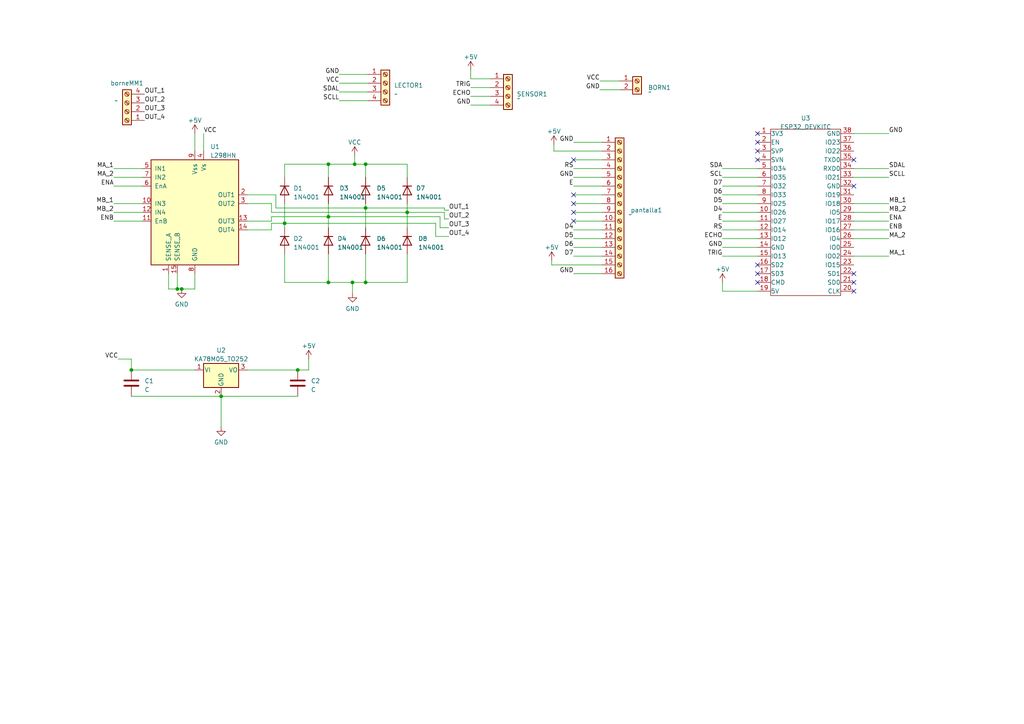
<source format=kicad_sch>
(kicad_sch (version 20230121) (generator eeschema)
  (paper "A4")
  (lib_symbols
    (symbol "Connector:Screw_Terminal_01x02" (pin_names (offset 1.016) hide)
      (property "Reference" "J" (at 0 2.54 0))
      (property "Value" "Screw_Terminal_01x02" (at 0 -5.08 0))
      (symbol "Screw_Terminal_01x02_1_1"
        (rectangle (start -1.27 1.27) (end 1.27 -3.81) (stroke (width 0.254)) (fill (type background)))
        (circle (center 0 -2.54) (radius 0.635) (stroke (width 0.1524)))
        (polyline (pts (xy -0.5334 -2.2098) (xy 0.3302 -3.048)) (stroke (width 0.1524)))
        (polyline (pts (xy -0.5334 0.3302) (xy 0.3302 -0.508)) (stroke (width 0.1524)))
        (polyline (pts (xy -0.3556 -2.032) (xy 0.508 -2.8702)) (stroke (width 0.1524)))
        (polyline (pts (xy -0.3556 0.508) (xy 0.508 -0.3302)) (stroke (width 0.1524)))
        (circle (center 0 0) (radius 0.635) (stroke (width 0.1524)))
        (pin passive line (at -5.08 0 0) (length 3.81) (name "Pin_1") (number "1"))
        (pin passive line (at -5.08 -2.54 0) (length 3.81) (name "Pin_2") (number "2"))
      )
    )
    (symbol "Connector:Screw_Terminal_01x04" (pin_names (offset 1.016) hide)
      (property "Reference" "J" (at 0 5.08 0))
      (property "Value" "Screw_Terminal_01x04" (at 0 -7.62 0))
      (symbol "Screw_Terminal_01x04_1_1"
        (rectangle (start -1.27 3.81) (end 1.27 -6.35) (stroke (width 0.254)) (fill (type background)))
        (circle (center 0 -5.08) (radius 0.635) (stroke (width 0.1524)))
        (circle (center 0 -2.54) (radius 0.635) (stroke (width 0.1524)))
        (polyline (pts (xy -0.5334 -4.7498) (xy 0.3302 -5.588)) (stroke (width 0.1524)))
        (polyline (pts (xy -0.5334 -2.2098) (xy 0.3302 -3.048)) (stroke (width 0.1524)))
        (polyline (pts (xy -0.5334 0.3302) (xy 0.3302 -0.508)) (stroke (width 0.1524)))
        (polyline (pts (xy -0.5334 2.8702) (xy 0.3302 2.032)) (stroke (width 0.1524)))
        (polyline (pts (xy -0.3556 -4.572) (xy 0.508 -5.4102)) (stroke (width 0.1524)))
        (polyline (pts (xy -0.3556 -2.032) (xy 0.508 -2.8702)) (stroke (width 0.1524)))
        (polyline (pts (xy -0.3556 0.508) (xy 0.508 -0.3302)) (stroke (width 0.1524)))
        (polyline (pts (xy -0.3556 3.048) (xy 0.508 2.2098)) (stroke (width 0.1524)))
        (circle (center 0 0) (radius 0.635) (stroke (width 0.1524)))
        (circle (center 0 2.54) (radius 0.635) (stroke (width 0.1524)))
        (pin passive line (at -5.08 2.54 0) (length 3.81) (name "Pin_1") (number "1"))
        (pin passive line (at -5.08 0 0) (length 3.81) (name "Pin_2") (number "2"))
        (pin passive line (at -5.08 -2.54 0) (length 3.81) (name "Pin_3") (number "3"))
        (pin passive line (at -5.08 -5.08 0) (length 3.81) (name "Pin_4") (number "4"))
      )
    )
    (symbol "Connector:Screw_Terminal_01x16" (pin_names (offset 1.016) hide)
      (property "Reference" "J" (at 0 20.32 0))
      (property "Value" "Screw_Terminal_01x16" (at 0 -22.86 0))
      (symbol "Screw_Terminal_01x16_1_1"
        (rectangle (start -1.27 19.05) (end 1.27 -21.59) (stroke (width 0.254)) (fill (type background)))
        (circle (center 0 -20.32) (radius 0.635) (stroke (width 0.1524)))
        (circle (center 0 -17.78) (radius 0.635) (stroke (width 0.1524)))
        (circle (center 0 -15.24) (radius 0.635) (stroke (width 0.1524)))
        (circle (center 0 -12.7) (radius 0.635) (stroke (width 0.1524)))
        (circle (center 0 -10.16) (radius 0.635) (stroke (width 0.1524)))
        (circle (center 0 -7.62) (radius 0.635) (stroke (width 0.1524)))
        (circle (center 0 -5.08) (radius 0.635) (stroke (width 0.1524)))
        (circle (center 0 -2.54) (radius 0.635) (stroke (width 0.1524)))
        (polyline (pts (xy -0.5334 -19.9898) (xy 0.3302 -20.828)) (stroke (width 0.1524)))
        (polyline (pts (xy -0.5334 -17.4498) (xy 0.3302 -18.288)) (stroke (width 0.1524)))
        (polyline (pts (xy -0.5334 -14.9098) (xy 0.3302 -15.748)) (stroke (width 0.1524)))
        (polyline (pts (xy -0.5334 -12.3698) (xy 0.3302 -13.208)) (stroke (width 0.1524)))
        (polyline (pts (xy -0.5334 -9.8298) (xy 0.3302 -10.668)) (stroke (width 0.1524)))
        (polyline (pts (xy -0.5334 -7.2898) (xy 0.3302 -8.128)) (stroke (width 0.1524)))
        (polyline (pts (xy -0.5334 -4.7498) (xy 0.3302 -5.588)) (stroke (width 0.1524)))
        (polyline (pts (xy -0.5334 -2.2098) (xy 0.3302 -3.048)) (stroke (width 0.1524)))
        (polyline (pts (xy -0.5334 0.3302) (xy 0.3302 -0.508)) (stroke (width 0.1524)))
        (polyline (pts (xy -0.5334 2.8702) (xy 0.3302 2.032)) (stroke (width 0.1524)))
        (polyline (pts (xy -0.5334 5.4102) (xy 0.3302 4.572)) (stroke (width 0.1524)))
        (polyline (pts (xy -0.5334 7.9502) (xy 0.3302 7.112)) (stroke (width 0.1524)))
        (polyline (pts (xy -0.5334 10.4902) (xy 0.3302 9.652)) (stroke (width 0.1524)))
        (polyline (pts (xy -0.5334 13.0302) (xy 0.3302 12.192)) (stroke (width 0.1524)))
        (polyline (pts (xy -0.5334 15.5702) (xy 0.3302 14.732)) (stroke (width 0.1524)))
        (polyline (pts (xy -0.5334 18.1102) (xy 0.3302 17.272)) (stroke (width 0.1524)))
        (polyline (pts (xy -0.3556 -19.812) (xy 0.508 -20.6502)) (stroke (width 0.1524)))
        (polyline (pts (xy -0.3556 -17.272) (xy 0.508 -18.1102)) (stroke (width 0.1524)))
        (polyline (pts (xy -0.3556 -14.732) (xy 0.508 -15.5702)) (stroke (width 0.1524)))
        (polyline (pts (xy -0.3556 -12.192) (xy 0.508 -13.0302)) (stroke (width 0.1524)))
        (polyline (pts (xy -0.3556 -9.652) (xy 0.508 -10.4902)) (stroke (width 0.1524)))
        (polyline (pts (xy -0.3556 -7.112) (xy 0.508 -7.9502)) (stroke (width 0.1524)))
        (polyline (pts (xy -0.3556 -4.572) (xy 0.508 -5.4102)) (stroke (width 0.1524)))
        (polyline (pts (xy -0.3556 -2.032) (xy 0.508 -2.8702)) (stroke (width 0.1524)))
        (polyline (pts (xy -0.3556 0.508) (xy 0.508 -0.3302)) (stroke (width 0.1524)))
        (polyline (pts (xy -0.3556 3.048) (xy 0.508 2.2098)) (stroke (width 0.1524)))
        (polyline (pts (xy -0.3556 5.588) (xy 0.508 4.7498)) (stroke (width 0.1524)))
        (polyline (pts (xy -0.3556 8.128) (xy 0.508 7.2898)) (stroke (width 0.1524)))
        (polyline (pts (xy -0.3556 10.668) (xy 0.508 9.8298)) (stroke (width 0.1524)))
        (polyline (pts (xy -0.3556 13.208) (xy 0.508 12.3698)) (stroke (width 0.1524)))
        (polyline (pts (xy -0.3556 15.748) (xy 0.508 14.9098)) (stroke (width 0.1524)))
        (polyline (pts (xy -0.3556 18.288) (xy 0.508 17.4498)) (stroke (width 0.1524)))
        (circle (center 0 0) (radius 0.635) (stroke (width 0.1524)))
        (circle (center 0 2.54) (radius 0.635) (stroke (width 0.1524)))
        (circle (center 0 5.08) (radius 0.635) (stroke (width 0.1524)))
        (circle (center 0 7.62) (radius 0.635) (stroke (width 0.1524)))
        (circle (center 0 10.16) (radius 0.635) (stroke (width 0.1524)))
        (circle (center 0 12.7) (radius 0.635) (stroke (width 0.1524)))
        (circle (center 0 15.24) (radius 0.635) (stroke (width 0.1524)))
        (circle (center 0 17.78) (radius 0.635) (stroke (width 0.1524)))
        (pin passive line (at -5.08 17.78 0) (length 3.81) (name "Pin_1") (number "1"))
        (pin passive line (at -5.08 -5.08 0) (length 3.81) (name "Pin_10") (number "10"))
        (pin passive line (at -5.08 -7.62 0) (length 3.81) (name "Pin_11") (number "11"))
        (pin passive line (at -5.08 -10.16 0) (length 3.81) (name "Pin_12") (number "12"))
        (pin passive line (at -5.08 -12.7 0) (length 3.81) (name "Pin_13") (number "13"))
        (pin passive line (at -5.08 -15.24 0) (length 3.81) (name "Pin_14") (number "14"))
        (pin passive line (at -5.08 -17.78 0) (length 3.81) (name "Pin_15") (number "15"))
        (pin passive line (at -5.08 -20.32 0) (length 3.81) (name "Pin_16") (number "16"))
        (pin passive line (at -5.08 15.24 0) (length 3.81) (name "Pin_2") (number "2"))
        (pin passive line (at -5.08 12.7 0) (length 3.81) (name "Pin_3") (number "3"))
        (pin passive line (at -5.08 10.16 0) (length 3.81) (name "Pin_4") (number "4"))
        (pin passive line (at -5.08 7.62 0) (length 3.81) (name "Pin_5") (number "5"))
        (pin passive line (at -5.08 5.08 0) (length 3.81) (name "Pin_6") (number "6"))
        (pin passive line (at -5.08 2.54 0) (length 3.81) (name "Pin_7") (number "7"))
        (pin passive line (at -5.08 0 0) (length 3.81) (name "Pin_8") (number "8"))
        (pin passive line (at -5.08 -2.54 0) (length 3.81) (name "Pin_9") (number "9"))
      )
    )
    (symbol "Device:C" (pin_numbers hide) (pin_names (offset 0.254))
      (property "Reference" "C" (at 0.635 2.54 0))
      (property "Value" "C" (at 0.635 -2.54 0))
      (symbol "C_0_1"
        (polyline (pts (xy -2.032 -0.762) (xy 2.032 -0.762)) (stroke (width 0.508)))
        (polyline (pts (xy -2.032 0.762) (xy 2.032 0.762)) (stroke (width 0.508)))
      )
      (symbol "C_1_1"
        (pin passive line (at 0 3.81 270) (length 2.794) (name "~") (number "1"))
        (pin passive line (at 0 -3.81 90) (length 2.794) (name "~") (number "2"))
      )
    )
    (symbol "Diode:1N4001" (pin_numbers hide) (pin_names hide)
      (property "Reference" "D" (at 0 2.54 0))
      (property "Value" "1N4001" (at 0 -2.54 0))
      (symbol "1N4001_0_1"
        (polyline (pts (xy -1.27 1.27) (xy -1.27 -1.27)) (stroke (width 0.254)))
        (polyline (pts (xy 1.27 0) (xy -1.27 0)))
        (polyline (pts (xy 1.27 1.27) (xy 1.27 -1.27) (xy -1.27 0) (xy 1.27 1.27)) (stroke (width 0.254)))
      )
      (symbol "1N4001_1_1"
        (pin passive line (at -3.81 0 0) (length 2.54) (name "K") (number "1"))
        (pin passive line (at 3.81 0 180) (length 2.54) (name "A") (number "2"))
      )
    )
    (symbol "Driver_Motor:L298HN" (pin_names (offset 1.016))
      (property "Reference" "U" (at -10.16 16.51 0))
      (property "Value" "L298HN" (at 12.7 16.51 0))
      (symbol "L298HN_0_1"
        (rectangle (start -12.7 15.24) (end 12.7 -15.24) (stroke (width 0.254)) (fill (type background)))
      )
      (symbol "L298HN_1_1"
        (pin power_in line (at -7.62 -17.78 90) (length 2.54) (name "SENSE_A") (number "1"))
        (pin input line (at -15.24 2.54 0) (length 2.54) (name "IN3") (number "10"))
        (pin input line (at -15.24 -2.54 0) (length 2.54) (name "EnB") (number "11"))
        (pin input line (at -15.24 0 0) (length 2.54) (name "IN4") (number "12"))
        (pin output line (at 15.24 -2.54 180) (length 2.54) (name "OUT3") (number "13"))
        (pin output line (at 15.24 -5.08 180) (length 2.54) (name "OUT4") (number "14"))
        (pin power_in line (at -5.08 -17.78 90) (length 2.54) (name "SENSE_B") (number "15"))
        (pin output line (at 15.24 5.08 180) (length 2.54) (name "OUT1") (number "2"))
        (pin output line (at 15.24 2.54 180) (length 2.54) (name "OUT2") (number "3"))
        (pin power_in line (at 2.54 17.78 270) (length 2.54) (name "Vs") (number "4"))
        (pin input line (at -15.24 12.7 0) (length 2.54) (name "IN1") (number "5"))
        (pin input line (at -15.24 7.62 0) (length 2.54) (name "EnA") (number "6"))
        (pin input line (at -15.24 10.16 0) (length 2.54) (name "IN2") (number "7"))
        (pin power_in line (at 0 -17.78 90) (length 2.54) (name "GND") (number "8"))
        (pin power_in line (at 0 17.78 270) (length 2.54) (name "Vss") (number "9"))
      )
    )
    (symbol "EESTN5:ESP32_DEVKITC" (pin_names (offset 0.0254))
      (property "Reference" "U" (at 0 25.4 0))
      (property "Value" "ESP32_DEVKITC" (at 0 -25.4 0))
      (symbol "ESP32_DEVKITC_0_1"
        (rectangle (start -10.16 24.13) (end 10.16 -24.13))
      )
      (symbol "ESP32_DEVKITC_1_1"
        (pin passive line (at -13.97 22.86 0) (length 3.81) (name "3V3") (number "1"))
        (pin passive line (at -13.97 0 0) (length 3.81) (name "IO26") (number "10"))
        (pin passive line (at -13.97 -2.54 0) (length 3.81) (name "IO27") (number "11"))
        (pin passive line (at -13.97 -5.08 0) (length 3.81) (name "IO14") (number "12"))
        (pin passive line (at -13.97 -7.62 0) (length 3.81) (name "IO12") (number "13"))
        (pin passive line (at -13.97 -10.16 0) (length 3.81) (name "GND") (number "14"))
        (pin passive line (at -13.97 -12.7 0) (length 3.81) (name "IO13") (number "15"))
        (pin passive line (at -13.97 -15.24 0) (length 3.81) (name "SD2") (number "16"))
        (pin passive line (at -13.97 -17.78 0) (length 3.81) (name "SD3") (number "17"))
        (pin passive line (at -13.97 -20.32 0) (length 3.81) (name "CMD") (number "18"))
        (pin passive line (at -13.97 -22.86 0) (length 3.81) (name "5V") (number "19"))
        (pin passive line (at -13.97 20.32 0) (length 3.81) (name "EN") (number "2"))
        (pin passive line (at 13.97 -22.86 180) (length 3.81) (name "CLK") (number "20"))
        (pin passive line (at 13.97 -20.32 180) (length 3.81) (name "SD0") (number "21"))
        (pin passive line (at 13.97 -17.78 180) (length 3.81) (name "SD1") (number "22"))
        (pin passive line (at 13.97 -15.24 180) (length 3.81) (name "IO15") (number "23"))
        (pin passive line (at 13.97 -12.7 180) (length 3.81) (name "IO02") (number "24"))
        (pin passive line (at 13.97 -10.16 180) (length 3.81) (name "IO0") (number "25"))
        (pin passive line (at 13.97 -7.62 180) (length 3.81) (name "IO4") (number "26"))
        (pin passive line (at 13.97 -5.08 180) (length 3.81) (name "IO16") (number "27"))
        (pin passive line (at 13.97 -2.54 180) (length 3.81) (name "IO17") (number "28"))
        (pin passive line (at 13.97 0 180) (length 3.81) (name "IO5") (number "29"))
        (pin passive line (at -13.97 17.78 0) (length 3.81) (name "SVP") (number "3"))
        (pin passive line (at 13.97 2.54 180) (length 3.81) (name "IO18") (number "30"))
        (pin passive line (at 13.97 5.08 180) (length 3.81) (name "IO19") (number "31"))
        (pin passive line (at 13.97 7.62 180) (length 3.81) (name "GND") (number "32"))
        (pin passive line (at 13.97 10.16 180) (length 3.81) (name "IO21") (number "33"))
        (pin passive line (at 13.97 12.7 180) (length 3.81) (name "RXD0") (number "34"))
        (pin passive line (at 13.97 15.24 180) (length 3.81) (name "TXD0") (number "35"))
        (pin passive line (at 13.97 17.78 180) (length 3.81) (name "IO22") (number "36"))
        (pin passive line (at 13.97 20.32 180) (length 3.81) (name "IO23") (number "37"))
        (pin passive line (at 13.97 22.86 180) (length 3.81) (name "GND") (number "38"))
        (pin passive line (at -13.97 15.24 0) (length 3.81) (name "SVN") (number "4"))
        (pin passive line (at -13.97 12.7 0) (length 3.81) (name "IO34") (number "5"))
        (pin passive line (at -13.97 10.16 0) (length 3.81) (name "IO35") (number "6"))
        (pin passive line (at -13.97 7.62 0) (length 3.81) (name "IO32") (number "7"))
        (pin passive line (at -13.97 5.08 0) (length 3.81) (name "IO33") (number "8"))
        (pin passive line (at -13.97 2.54 0) (length 3.81) (name "IO25") (number "9"))
      )
    )
    (symbol "Regulator_Linear:KA78M05_TO252" (pin_names (offset 0.254))
      (property "Reference" "U" (at -3.81 3.175 0))
      (property "Value" "KA78M05_TO252" (at 0 3.175 0))
      (symbol "KA78M05_TO252_0_1"
        (rectangle (start -5.08 1.905) (end 5.08 -5.08) (stroke (width 0.254)) (fill (type background)))
      )
      (symbol "KA78M05_TO252_1_1"
        (pin power_in line (at -7.62 0 0) (length 2.54) (name "VI") (number "1"))
        (pin power_in line (at 0 -7.62 90) (length 2.54) (name "GND") (number "2"))
        (pin power_out line (at 7.62 0 180) (length 2.54) (name "VO") (number "3"))
      )
    )
    (symbol "power:+5V" (power) (pin_names (offset 0))
      (property "Value" "+5V" (at 0 3.556 0))
      (symbol "+5V_0_1"
        (polyline (pts (xy -0.762 1.27) (xy 0 2.54)))
        (polyline (pts (xy 0 0) (xy 0 2.54)))
        (polyline (pts (xy 0 2.54) (xy 0.762 1.27)))
      )
      (symbol "+5V_1_1"
        (pin power_in line (at 0 0 90) (length 0) hide (name "+5V") (number "1"))
      )
    )
    (symbol "power:GND" (power) (pin_names (offset 0))
      (property "Value" "GND" (at 0 -3.81 0))
      (symbol "GND_0_1"
        (polyline (pts (xy 0 0) (xy 0 -1.27) (xy 1.27 -1.27) (xy 0 -2.54) (xy -1.27 -1.27) (xy 0 -1.27)))
      )
      (symbol "GND_1_1"
        (pin power_in line (at 0 0 270) (length 0) hide (name "GND") (number "1"))
      )
    )
    (symbol "power:VCC" (power) (pin_names (offset 0))
      (property "Value" "VCC" (at 0 3.81 0))
      (symbol "VCC_0_1"
        (polyline (pts (xy -0.762 1.27) (xy 0 2.54)))
        (polyline (pts (xy 0 0) (xy 0 2.54)))
        (polyline (pts (xy 0 2.54) (xy 0.762 1.27)))
      )
      (symbol "VCC_1_1"
        (pin power_in line (at 0 0 90) (length 0) hide (name "VCC") (number "1"))
      )
    )
  )
  (junction (at 86.36 107.315))
  (junction (at 106.045 60.325))
  (junction (at 95.25 81.915))
  (junction (at 106.045 47.625))
  (junction (at 106.045 81.915))
  (junction (at 82.55 64.77))
  (junction (at 95.25 62.865))
  (junction (at 95.25 47.625))
  (junction (at 102.87 47.625))
  (junction (at 38.1 107.315))
  (junction (at 118.11 61.595))
  (junction (at 102.235 81.915))
  (junction (at 51.435 83.82))
  (junction (at 64.135 114.935))
  (junction (at 52.705 83.82))
  (no_connect (at 219.71 79.375))
  (no_connect (at 219.71 76.835))
  (no_connect (at 219.71 38.735))
  (no_connect (at 219.71 46.355))
  (no_connect (at 247.65 84.455))
  (no_connect (at 219.71 81.915))
  (no_connect (at 166.37 59.055))
  (no_connect (at 247.65 53.975))
  (no_connect (at 166.37 64.135))
  (no_connect (at 166.37 56.515))
  (no_connect (at 247.65 79.375))
  (no_connect (at 166.37 61.595))
  (no_connect (at 219.71 43.815))
  (no_connect (at 219.71 41.275))
  (no_connect (at 247.65 81.915))
  (no_connect (at 166.37 46.355))
  (no_connect (at 247.65 46.355))
  (wire (pts (xy 71.755 64.135) (xy 78.74 64.135)))
  (wire (pts (xy 209.55 61.595) (xy 219.71 61.595)))
  (wire (pts (xy 257.81 48.895) (xy 247.65 48.895)))
  (wire (pts (xy 128.905 60.325) (xy 128.905 60.96)))
  (wire (pts (xy 166.37 66.675) (xy 174.625 66.675)))
  (wire (pts (xy 80.01 60.325) (xy 106.045 60.325)))
  (wire (pts (xy 64.135 114.935) (xy 86.36 114.935)))
  (wire (pts (xy 71.755 56.515) (xy 80.01 56.515)))
  (wire (pts (xy 33.02 53.975) (xy 41.275 53.975)))
  (wire (pts (xy 106.045 59.055) (xy 106.045 60.325)))
  (wire (pts (xy 160.655 43.815) (xy 160.655 41.91)))
  (wire (pts (xy 136.525 25.4) (xy 142.24 25.4)))
  (wire (pts (xy 51.435 83.82) (xy 52.705 83.82)))
  (wire (pts (xy 48.895 83.82) (xy 51.435 83.82)))
  (wire (pts (xy 38.1 114.935) (xy 64.135 114.935)))
  (wire (pts (xy 257.81 64.135) (xy 247.65 64.135)))
  (wire (pts (xy 78.74 61.595) (xy 118.11 61.595)))
  (wire (pts (xy 51.435 79.375) (xy 51.435 83.82)))
  (wire (pts (xy 89.535 104.14) (xy 89.535 107.315)))
  (wire (pts (xy 102.235 81.915) (xy 102.235 85.09)))
  (wire (pts (xy 209.55 74.295) (xy 219.71 74.295)))
  (wire (pts (xy 128.905 60.96) (xy 130.175 60.96)))
  (wire (pts (xy 118.11 47.625) (xy 106.045 47.625)))
  (wire (pts (xy 64.135 114.935) (xy 64.135 123.825)))
  (wire (pts (xy 257.81 38.735) (xy 247.65 38.735)))
  (wire (pts (xy 209.55 84.455) (xy 209.55 81.915)))
  (wire (pts (xy 166.37 64.135) (xy 174.625 64.135)))
  (wire (pts (xy 82.55 59.055) (xy 82.55 64.77)))
  (wire (pts (xy 257.81 59.055) (xy 247.65 59.055)))
  (wire (pts (xy 48.895 79.375) (xy 48.895 83.82)))
  (wire (pts (xy 33.02 59.055) (xy 41.275 59.055)))
  (wire (pts (xy 95.25 81.915) (xy 102.235 81.915)))
  (wire (pts (xy 71.755 59.055) (xy 78.74 59.055)))
  (wire (pts (xy 89.535 107.315) (xy 86.36 107.315)))
  (wire (pts (xy 166.37 74.295) (xy 174.625 74.295)))
  (wire (pts (xy 106.045 60.325) (xy 106.045 66.04)))
  (wire (pts (xy 33.02 51.435) (xy 41.275 51.435)))
  (wire (pts (xy 166.37 59.055) (xy 174.625 59.055)))
  (wire (pts (xy 82.55 81.915) (xy 95.25 81.915)))
  (wire (pts (xy 166.37 53.975) (xy 174.625 53.975)))
  (wire (pts (xy 106.045 47.625) (xy 106.045 51.435)))
  (wire (pts (xy 82.55 64.77) (xy 82.55 66.04)))
  (wire (pts (xy 166.37 41.275) (xy 174.625 41.275)))
  (wire (pts (xy 257.81 74.295) (xy 247.65 74.295)))
  (wire (pts (xy 78.74 66.675) (xy 78.74 64.77)))
  (wire (pts (xy 102.87 45.085) (xy 102.87 47.625)))
  (wire (pts (xy 82.55 73.66) (xy 82.55 81.915)))
  (wire (pts (xy 257.81 61.595) (xy 247.65 61.595)))
  (wire (pts (xy 126.365 68.58) (xy 130.175 68.58)))
  (wire (pts (xy 78.74 64.135) (xy 78.74 62.865)))
  (wire (pts (xy 98.425 26.67) (xy 106.68 26.67)))
  (wire (pts (xy 136.525 22.86) (xy 142.24 22.86)))
  (wire (pts (xy 33.02 64.135) (xy 41.275 64.135)))
  (wire (pts (xy 95.25 62.865) (xy 127.635 62.865)))
  (wire (pts (xy 118.11 81.915) (xy 106.045 81.915)))
  (wire (pts (xy 166.37 48.895) (xy 174.625 48.895)))
  (wire (pts (xy 209.55 69.215) (xy 219.71 69.215)))
  (wire (pts (xy 71.755 66.675) (xy 78.74 66.675)))
  (wire (pts (xy 106.045 73.66) (xy 106.045 81.915)))
  (wire (pts (xy 209.55 51.435) (xy 219.71 51.435)))
  (wire (pts (xy 257.81 69.215) (xy 247.65 69.215)))
  (wire (pts (xy 102.87 47.625) (xy 95.25 47.625)))
  (wire (pts (xy 257.81 66.675) (xy 247.65 66.675)))
  (wire (pts (xy 80.01 56.515) (xy 80.01 60.325)))
  (wire (pts (xy 128.905 61.595) (xy 118.11 61.595)))
  (wire (pts (xy 59.055 38.735) (xy 59.055 43.815)))
  (wire (pts (xy 209.55 48.895) (xy 219.71 48.895)))
  (wire (pts (xy 95.25 73.66) (xy 95.25 81.915)))
  (wire (pts (xy 95.25 59.055) (xy 95.25 62.865)))
  (wire (pts (xy 173.99 26.035) (xy 179.705 26.035)))
  (wire (pts (xy 166.37 56.515) (xy 174.625 56.515)))
  (wire (pts (xy 126.365 64.77) (xy 126.365 68.58)))
  (wire (pts (xy 98.425 21.59) (xy 106.68 21.59)))
  (wire (pts (xy 82.55 64.77) (xy 126.365 64.77)))
  (wire (pts (xy 56.515 79.375) (xy 56.515 83.82)))
  (wire (pts (xy 136.525 30.48) (xy 142.24 30.48)))
  (wire (pts (xy 166.37 69.215) (xy 174.625 69.215)))
  (wire (pts (xy 38.1 107.315) (xy 56.515 107.315)))
  (wire (pts (xy 106.045 81.915) (xy 102.235 81.915)))
  (wire (pts (xy 118.11 61.595) (xy 118.11 66.04)))
  (wire (pts (xy 56.515 83.82) (xy 52.705 83.82)))
  (wire (pts (xy 257.81 51.435) (xy 247.65 51.435)))
  (wire (pts (xy 106.045 47.625) (xy 102.87 47.625)))
  (wire (pts (xy 209.55 59.055) (xy 219.71 59.055)))
  (wire (pts (xy 209.55 56.515) (xy 219.71 56.515)))
  (wire (pts (xy 209.55 53.975) (xy 219.71 53.975)))
  (wire (pts (xy 71.755 107.315) (xy 86.36 107.315)))
  (wire (pts (xy 95.25 47.625) (xy 95.25 51.435)))
  (wire (pts (xy 136.525 20.32) (xy 136.525 22.86)))
  (wire (pts (xy 166.37 46.355) (xy 174.625 46.355)))
  (wire (pts (xy 38.1 104.14) (xy 38.1 107.315)))
  (wire (pts (xy 166.37 79.375) (xy 174.625 79.375)))
  (wire (pts (xy 95.25 62.865) (xy 95.25 66.04)))
  (wire (pts (xy 166.37 61.595) (xy 174.625 61.595)))
  (wire (pts (xy 78.74 62.865) (xy 95.25 62.865)))
  (wire (pts (xy 33.02 48.895) (xy 41.275 48.895)))
  (wire (pts (xy 106.045 60.325) (xy 128.905 60.325)))
  (wire (pts (xy 118.11 51.435) (xy 118.11 47.625)))
  (wire (pts (xy 160.02 76.835) (xy 174.625 76.835)))
  (wire (pts (xy 118.11 59.055) (xy 118.11 61.595)))
  (wire (pts (xy 209.55 64.135) (xy 219.71 64.135)))
  (wire (pts (xy 127.635 62.865) (xy 127.635 66.04)))
  (wire (pts (xy 98.425 29.21) (xy 106.68 29.21)))
  (wire (pts (xy 160.655 43.815) (xy 174.625 43.815)))
  (wire (pts (xy 209.55 84.455) (xy 219.71 84.455)))
  (wire (pts (xy 130.175 63.5) (xy 128.905 63.5)))
  (wire (pts (xy 56.515 38.735) (xy 56.515 43.815)))
  (wire (pts (xy 95.25 47.625) (xy 82.55 47.625)))
  (wire (pts (xy 166.37 71.755) (xy 174.625 71.755)))
  (wire (pts (xy 78.74 64.77) (xy 82.55 64.77)))
  (wire (pts (xy 78.74 59.055) (xy 78.74 61.595)))
  (wire (pts (xy 118.11 73.66) (xy 118.11 81.915)))
  (wire (pts (xy 160.02 76.835) (xy 160.02 75.565)))
  (wire (pts (xy 166.37 51.435) (xy 174.625 51.435)))
  (wire (pts (xy 34.29 104.14) (xy 38.1 104.14)))
  (wire (pts (xy 98.425 24.13) (xy 106.68 24.13)))
  (wire (pts (xy 82.55 47.625) (xy 82.55 51.435)))
  (wire (pts (xy 127.635 66.04) (xy 130.175 66.04)))
  (wire (pts (xy 209.55 71.755) (xy 219.71 71.755)))
  (wire (pts (xy 136.525 27.94) (xy 142.24 27.94)))
  (wire (pts (xy 173.99 23.495) (xy 179.705 23.495)))
  (wire (pts (xy 33.02 61.595) (xy 41.275 61.595)))
  (wire (pts (xy 209.55 66.675) (xy 219.71 66.675)))
  (wire (pts (xy 128.905 63.5) (xy 128.905 61.595)))
  (label "OUT_4" (at 130.175 68.58 0))
  (label "GND" (at 166.37 41.275 180))
  (label "OUT_4" (at 41.91 34.925 0))
  (label "OUT_2" (at 130.175 63.5 0))
  (label "OUT_1" (at 130.175 60.96 0))
  (label "GND" (at 166.37 51.435 180))
  (label "SDA" (at 209.55 48.895 180))
  (label "OUT_3" (at 41.91 32.385 0))
  (label "VCC" (at 59.055 38.735 0))
  (label "ENB" (at 257.81 66.675 0))
  (label "TRIG" (at 209.55 74.295 180))
  (label "MB_1" (at 33.02 59.055 180))
  (label "GND" (at 209.55 71.755 180))
  (label "MA_2" (at 33.02 51.435 180))
  (label "VCC" (at 98.425 24.13 180))
  (label "VCC" (at 34.29 104.14 180))
  (label "GND" (at 173.99 26.035 180))
  (label "D4" (at 209.55 61.595 180))
  (label "ECHO" (at 209.55 69.215 180))
  (label "MA_1" (at 33.02 48.895 180))
  (label "ENB" (at 33.02 64.135 180))
  (label "TRIG" (at 136.525 25.4 180))
  (label "SCLL" (at 257.81 51.435 0))
  (label "D6" (at 166.37 71.755 180))
  (label "D5" (at 166.37 69.215 180))
  (label "SDAL" (at 257.81 48.895 0))
  (label "RS" (at 209.55 66.675 180))
  (label "MB_1" (at 257.81 59.055 0))
  (label "SDAL" (at 98.425 26.67 180))
  (label "E" (at 166.37 53.975 180))
  (label "GND" (at 98.425 21.59 180))
  (label "ENA" (at 33.02 53.975 180))
  (label "SCL" (at 209.55 51.435 180))
  (label "GND" (at 166.37 79.375 180))
  (label "SCLL" (at 98.425 29.21 180))
  (label "D7" (at 209.55 53.975 180))
  (label "MA_2" (at 257.81 69.215 0))
  (label "D6" (at 209.55 56.515 180))
  (label "RS" (at 166.37 48.895 180))
  (label "VCC" (at 173.99 23.495 180))
  (label "D7" (at 166.37 74.295 180))
  (label "OUT_3" (at 130.175 66.04 0))
  (label "D5" (at 209.55 59.055 180))
  (label "OUT_2" (at 41.91 29.845 0))
  (label "E" (at 209.55 64.135 180))
  (label "ENA" (at 257.81 64.135 0))
  (label "MA_1" (at 257.81 74.295 0))
  (label "MB_2" (at 257.81 61.595 0))
  (label "OUT_1" (at 41.91 27.305 0))
  (label "D4" (at 166.37 66.675 180))
  (label "GND" (at 257.81 38.735 0))
  (label "ECHO" (at 136.525 27.94 180))
  (label "GND" (at 136.525 30.48 180))
  (label "MB_2" (at 33.02 61.595 180))
  (symbol (lib_id "power:+5V") (at 136.525 20.32 0) (unit 1)
    (property "Reference" "#PWR07" (effects hide))
    (property "Value" "+5V" (at 136.525 16.51 0))
  )
  (symbol (lib_id "Diode:1N4001") (at 82.55 69.85 270) (unit 1)
    (property "Reference" "D2" (at 85.09 69.215 90) (effects (justify left)))
    (property "Value" "1N4001" (at 85.09 71.755 90) (effects (justify left)))
    (property "Footprint" "Diode_SMD:D_1812_4532Metric_Pad1.30x3.40mm_HandSolder" (effects hide))
    (property "Datasheet" "http://www.vishay.com/docs/88503/1n4001.pdf" (effects hide))
    (property "Sim.Device" "D" (effects hide))
    (property "Sim.Pins" "1=K 2=A" (effects hide))
  )
  (symbol (lib_id "Diode:1N4001") (at 95.25 69.85 270) (unit 1)
    (property "Reference" "D4" (at 97.8461 69.215 90) (effects (justify left)))
    (property "Value" "1N4001" (at 97.8461 71.755 90) (effects (justify left)))
    (property "Footprint" "Diode_SMD:D_1812_4532Metric_Pad1.30x3.40mm_HandSolder" (effects hide))
    (property "Datasheet" "http://www.vishay.com/docs/88503/1n4001.pdf" (effects hide))
    (property "Sim.Device" "D" (effects hide))
    (property "Sim.Pins" "1=K 2=A" (effects hide))
  )
  (symbol (lib_id "Connector:Screw_Terminal_01x04") (at 36.83 32.385 180) (unit 1)
    (property "Reference" "borneMM1" (at 36.83 24.13 0))
    (property "Value" "~" (at 34.29 29.21 0) (effects (justify left)))
    (property "Footprint" "TerminalBlock:TerminalBlock_bornier-4_P5.08mm" (effects hide))
  )
  (symbol (lib_id "power:+5V") (at 160.02 75.565 0) (unit 1)
    (property "Reference" "#PWR09" (effects hide))
    (property "Value" "+5V" (at 160.02 71.755 0))
  )
  (symbol (lib_id "Connector:Screw_Terminal_01x02") (at 184.785 23.495 0) (unit 1)
    (property "Reference" "BORN1" (at 187.96 25.4 0) (effects (justify left)))
    (property "Value" "~" (at 187.96 26.67 0) (effects (justify left)))
    (property "Footprint" "TerminalBlock:TerminalBlock_bornier-2_P5.08mm" (effects hide))
  )
  (symbol (lib_id "Diode:1N4001") (at 106.045 69.85 270) (unit 1)
    (property "Reference" "D6" (at 109.22 69.215 90) (effects (justify left)))
    (property "Value" "1N4001" (at 109.22 71.755 90) (effects (justify left)))
    (property "Footprint" "Diode_SMD:D_1812_4532Metric_Pad1.30x3.40mm_HandSolder" (effects hide))
    (property "Datasheet" "http://www.vishay.com/docs/88503/1n4001.pdf" (effects hide))
    (property "Sim.Device" "D" (effects hide))
    (property "Sim.Pins" "1=K 2=A" (effects hide))
  )
  (symbol (lib_id "EESTN5:ESP32_DEVKITC") (at 233.68 61.595 0) (unit 1)
    (property "Reference" "U3" (at 233.68 34.29 0))
    (property "Value" "ESP32_DEVKITC" (at 233.68 36.83 0))
    (property "Footprint" "EESTN5:ESP32_DEVKITC" (effects hide))
  )
  (symbol (lib_id "Diode:1N4001") (at 82.55 55.245 270) (unit 1)
    (property "Reference" "D1" (at 85.09 54.61 90) (effects (justify left)))
    (property "Value" "1N4001" (at 85.09 57.15 90) (effects (justify left)))
    (property "Footprint" "Diode_SMD:D_1812_4532Metric_Pad1.30x3.40mm_HandSolder" (effects hide))
    (property "Datasheet" "http://www.vishay.com/docs/88503/1n4001.pdf" (effects hide))
    (property "Sim.Device" "D" (effects hide))
    (property "Sim.Pins" "1=K 2=A" (effects hide))
  )
  (symbol (lib_id "Diode:1N4001") (at 95.25 55.245 270) (unit 1)
    (property "Reference" "D3" (at 98.425 54.61 90) (effects (justify left)))
    (property "Value" "1N4001" (at 98.425 57.15 90) (effects (justify left)))
    (property "Footprint" "Diode_SMD:D_1812_4532Metric_Pad1.30x3.40mm_HandSolder" (effects hide))
    (property "Datasheet" "http://www.vishay.com/docs/88503/1n4001.pdf" (effects hide))
    (property "Sim.Device" "D" (effects hide))
    (property "Sim.Pins" "1=K 2=A" (effects hide))
  )
  (symbol (lib_id "Regulator_Linear:KA78M05_TO252") (at 64.135 107.315 0) (unit 1)
    (property "Reference" "U2" (at 64.135 101.6 0))
    (property "Value" "KA78M05_TO252" (at 64.135 104.14 0))
    (property "Footprint" "Package_TO_SOT_SMD:TO-252-2" (effects hide))
    (property "Datasheet" "https://www.onsemi.com/pub/Collateral/MC78M00-D.PDF" (effects hide))
  )
  (symbol (lib_id "Device:C") (at 86.36 111.125 0) (unit 1)
    (property "Reference" "C2" (at 90.17 110.49 0) (effects (justify left)))
    (property "Value" "C" (at 90.17 113.03 0) (effects (justify left)))
    (property "Footprint" "Capacitor_SMD:CP_Elec_10x12.5" (effects hide))
  )
  (symbol (lib_id "power:+5V") (at 56.515 38.735 0) (unit 1)
    (property "Reference" "#PWR06" (effects hide))
    (property "Value" "+5V" (at 56.515 34.925 0))
  )
  (symbol (lib_id "Connector:Screw_Terminal_01x04") (at 111.76 24.13 0) (unit 1)
    (property "Reference" "LECTOR1" (at 114.3 24.765 0) (effects (justify left)))
    (property "Value" "~" (at 114.3 27.305 0) (effects (justify left)))
    (property "Footprint" "Connector_PinHeader_2.54mm:PinHeader_1x04_P2.54mm_Vertical" (effects hide))
  )
  (symbol (lib_id "power:+5V") (at 209.55 81.915 0) (unit 1)
    (property "Reference" "#PWR08" (effects hide))
    (property "Value" "+5V" (at 209.55 78.105 0))
  )
  (symbol (lib_id "power:VCC") (at 102.87 45.085 0) (unit 1)
    (property "Reference" "#PWR05" (effects hide))
    (property "Value" "VCC" (at 102.87 41.275 0))
  )
  (symbol (lib_id "power:GND") (at 52.705 83.82 0) (unit 1)
    (property "Reference" "#PWR01" (effects hide))
    (property "Value" "GND" (at 52.705 88.265 0))
  )
  (symbol (lib_id "Driver_Motor:L298HN") (at 56.515 61.595 0) (unit 1)
    (property "Reference" "U1" (at 61.0109 42.545 0) (effects (justify left)))
    (property "Value" "L298HN" (at 61.0109 45.085 0) (effects (justify left)))
    (property "Footprint" "Package_TO_SOT_THT:TO-220-15_P2.54x2.54mm_StaggerOdd_Lead4.58mm_Vertical" (effects hide))
    (property "Datasheet" "http://www.st.com/st-web-ui/static/active/en/resource/technical/document/datasheet/CD00000240.pdf" (effects hide))
  )
  (symbol (lib_id "Connector:Screw_Terminal_01x16") (at 179.705 59.055 0) (unit 1)
    (property "Reference" "pantalla1" (at 182.88 60.96 0) (effects (justify left)))
    (property "Value" "~" (at 182.245 62.23 0) (effects (justify left)))
    (property "Footprint" "Connector_PinHeader_2.54mm:PinHeader_1x16_P2.54mm_Vertical" (effects hide))
  )
  (symbol (lib_id "Diode:1N4001") (at 118.11 69.85 270) (unit 1)
    (property "Reference" "D8" (at 121.285 69.215 90) (effects (justify left)))
    (property "Value" "1N4001" (at 121.285 71.755 90) (effects (justify left)))
    (property "Footprint" "Diode_SMD:D_1812_4532Metric_Pad1.30x3.40mm_HandSolder" (effects hide))
    (property "Datasheet" "http://www.vishay.com/docs/88503/1n4001.pdf" (effects hide))
    (property "Sim.Device" "D" (effects hide))
    (property "Sim.Pins" "1=K 2=A" (effects hide))
  )
  (symbol (lib_id "power:GND") (at 102.235 85.09 0) (unit 1)
    (property "Reference" "#PWR04" (effects hide))
    (property "Value" "GND" (at 102.235 89.535 0))
  )
  (symbol (lib_id "Connector:Screw_Terminal_01x04") (at 147.32 25.4 0) (unit 1)
    (property "Reference" "SENSOR1" (at 149.86 27.305 0) (effects (justify left)))
    (property "Value" "~" (at 149.86 28.575 0) (effects (justify left)))
    (property "Footprint" "Connector_PinHeader_2.54mm:PinHeader_1x04_P2.54mm_Vertical" (effects hide))
  )
  (symbol (lib_id "power:+5V") (at 160.655 41.91 0) (unit 1)
    (property "Reference" "#PWR011" (effects hide))
    (property "Value" "+5V" (at 160.655 38.1 0))
  )
  (symbol (lib_id "power:+5V") (at 89.535 104.14 0) (unit 1)
    (property "Reference" "#PWR03" (effects hide))
    (property "Value" "+5V" (at 89.535 100.33 0))
  )
  (symbol (lib_id "Device:C") (at 38.1 111.125 0) (unit 1)
    (property "Reference" "C1" (at 41.91 110.49 0) (effects (justify left)))
    (property "Value" "C" (at 41.91 113.03 0) (effects (justify left)))
    (property "Footprint" "Capacitor_SMD:CP_Elec_10x12.5" (effects hide))
  )
  (symbol (lib_id "power:GND") (at 64.135 123.825 0) (unit 1)
    (property "Reference" "#PWR02" (effects hide))
    (property "Value" "GND" (at 64.135 128.27 0))
  )
  (symbol (lib_id "Diode:1N4001") (at 106.045 55.245 270) (unit 1)
    (property "Reference" "D5" (at 109.22 54.61 90) (effects (justify left)))
    (property "Value" "1N4001" (at 109.22 57.15 90) (effects (justify left)))
    (property "Footprint" "Diode_SMD:D_1812_4532Metric_Pad1.30x3.40mm_HandSolder" (effects hide))
    (property "Datasheet" "http://www.vishay.com/docs/88503/1n4001.pdf" (effects hide))
    (property "Sim.Device" "D" (effects hide))
    (property "Sim.Pins" "1=K 2=A" (effects hide))
  )
  (symbol (lib_id "Diode:1N4001") (at 118.11 55.245 270) (unit 1)
    (property "Reference" "D7" (at 120.65 54.61 90) (effects (justify left)))
    (property "Value" "1N4001" (at 120.65 57.15 90) (effects (justify left)))
    (property "Footprint" "Diode_SMD:D_1812_4532Metric_Pad1.30x3.40mm_HandSolder" (effects hide))
    (property "Datasheet" "http://www.vishay.com/docs/88503/1n4001.pdf" (effects hide))
    (property "Sim.Device" "D" (effects hide))
    (property "Sim.Pins" "1=K 2=A" (effects hide))
  )
)
</source>
